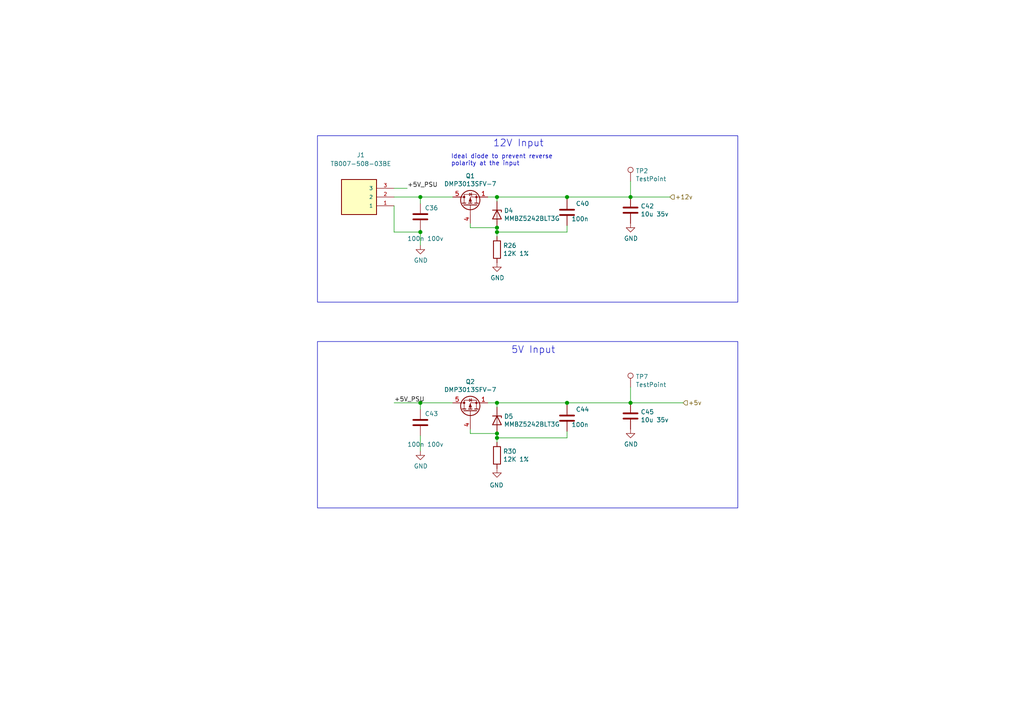
<source format=kicad_sch>
(kicad_sch (version 20250114) (generator "eeschema") (generator_version "9.0")
  (paper "A4")
  (title_block (title "Compute Module 4 - PSUs") (company "Team Fire 180DA/DW"))
  (lib_symbols
    (symbol "Connector:TestPoint" (pin_numbers (hide yes)) (pin_names (offset 0.762) (hide yes))
      (property "Reference" "TP" (at 0 6.858 0))
      (property "Value" "TestPoint" (at 0 5.08 0))
      (symbol "TestPoint_0_1"
        (circle (center 0 3.302) (radius 0.762))
      )
      (symbol "TestPoint_1_1"
        (pin passive line (at 0 0 90) (length 2.54) (name "1") (number "1"))
      )
    )
    (symbol "Device:C" (pin_numbers (hide yes)) (pin_names (offset 0.254))
      (property "Reference" "C" (at 0.635 2.54 0))
      (property "Value" "C" (at 0.635 -2.54 0))
      (symbol "C_0_1"
        (polyline (pts (xy -2.032 0.762) (xy 2.032 0.762)) (stroke (width 0.508)))
        (polyline (pts (xy -2.032 -0.762) (xy 2.032 -0.762)) (stroke (width 0.508)))
      )
      (symbol "C_1_1"
        (pin passive line (at 0 3.81 270) (length 2.794) (name "~") (number "1"))
        (pin passive line (at 0 -3.81 90) (length 2.794) (name "~") (number "2"))
      )
    )
    (symbol "Device:R" (pin_numbers (hide yes)) (pin_names (offset 0))
      (property "Reference" "R" (at 2.032 0 90))
      (property "Value" "R" (at 0 0 90))
      (symbol "R_0_1"
        (rectangle (start -1.016 -2.54) (end 1.016 2.54) (stroke (width 0.254)))
      )
      (symbol "R_1_1"
        (pin passive line (at 0 3.81 270) (length 1.27) (name "~") (number "1"))
        (pin passive line (at 0 -3.81 90) (length 1.27) (name "~") (number "2"))
      )
    )
    (symbol "Diode:BZX84Cxx" (pin_numbers (hide yes)) (pin_names (hide yes))
      (property "Reference" "D" (at 0 2.54 0))
      (property "Value" "BZX84Cxx" (at 0 -2.54 0))
      (symbol "BZX84Cxx_0_1"
        (polyline (pts (xy -1.27 -1.27) (xy -1.27 1.27) (xy -0.762 1.27)) (stroke (width 0.254)))
        (polyline (pts (xy 1.27 0) (xy -1.27 0)))
        (polyline (pts (xy 1.27 -1.27) (xy 1.27 1.27) (xy -1.27 0) (xy 1.27 -1.27)) (stroke (width 0.254)))
      )
      (symbol "BZX84Cxx_1_1"
        (pin passive line (at -3.81 0 0) (length 2.54) (name "K") (number "1"))
        (pin passive line (at 3.81 0 180) (length 2.54) (name "A") (number "2"))
      )
    )
    (symbol "TB007-508-03BE:TB007-508-03BE" (pin_names (offset 1.016))
      (property "Reference" "J" (at -5.58 5.08 0))
      (property "Value" "TB007-508-03BE" (at -5.08 -7.62 0))
      (symbol "TB007-508-03BE_0_0"
        (rectangle (start -5.08 -5.08) (end 5.08 5.08) (stroke (width 0.254)) (fill (type background)))
        (pin passive line (at -10.16 2.54 0) (length 5.08) (name "1") (number "1"))
        (pin passive line (at -10.16 0 0) (length 5.08) (name "2") (number "2"))
        (pin passive line (at -10.16 -2.54 0) (length 5.08) (name "3") (number "3"))
      )
    )
    (symbol "Transistor_FET:DMP3013SFV" (pin_names (hide yes))
      (property "Reference" "Q" (at 5.08 1.905 0))
      (property "Value" "DMP3013SFV" (at 5.08 0 0))
      (symbol "DMP3013SFV_0_1"
        (polyline (pts (xy 0.254 1.905) (xy 0.254 -1.905)) (stroke (width 0.254)))
        (polyline (pts (xy 0.254 0) (xy -2.54 0)))
        (polyline (pts (xy 0.762 2.286) (xy 0.762 1.27)) (stroke (width 0.254)))
        (polyline (pts (xy 0.762 1.778) (xy 3.302 1.778) (xy 3.302 -1.778) (xy 0.762 -1.778)))
        (polyline (pts (xy 0.762 0.508) (xy 0.762 -0.508)) (stroke (width 0.254)))
        (polyline (pts (xy 0.762 -1.27) (xy 0.762 -2.286)) (stroke (width 0.254)))
        (circle (center 1.651 0) (radius 2.794) (stroke (width 0.254)))
        (polyline (pts (xy 2.286 0) (xy 1.27 0.381) (xy 1.27 -0.381) (xy 2.286 0)) (fill (type outline)))
        (polyline (pts (xy 2.54 2.54) (xy 2.54 1.778)))
        (circle (center 2.54 1.778) (radius 0.254) (fill (type outline)))
        (circle (center 2.54 -1.778) (radius 0.254) (fill (type outline)))
        (polyline (pts (xy 2.54 -2.54) (xy 2.54 0) (xy 0.762 0)))
        (polyline (pts (xy 2.794 -0.508) (xy 2.921 -0.381) (xy 3.683 -0.381) (xy 3.81 -0.254)))
        (polyline (pts (xy 3.302 -0.381) (xy 2.921 0.254) (xy 3.683 0.254) (xy 3.302 -0.381)))
      )
      (symbol "DMP3013SFV_1_1"
        (pin passive line (at -5.08 0 0) (length 2.54) (name "G") (number "4"))
        (pin passive line (at 2.54 5.08 270) (length 2.54) (name "D") (number "5"))
        (pin passive line (at 2.54 -5.08 90) (length 2.54) (name "S") (number "1"))
        (pin passive line (at 2.54 -5.08 90) (length 2.54) (hide yes) (name "S") (number "2"))
        (pin passive line (at 2.54 -5.08 90) (length 2.54) (hide yes) (name "S") (number "3"))
      )
    )
    (symbol "power:GND" (power) (pin_names (offset 0))
      (property "Value" "GND" (at 0 -3.81 0))
      (symbol "GND_0_1"
        (polyline (pts (xy 0 0) (xy 0 -1.27) (xy 1.27 -1.27) (xy 0 -2.54) (xy -1.27 -1.27) (xy 0 -1.27)))
      )
      (symbol "GND_1_1"
        (pin power_in line (at 0 0 270) (length 0) (hide yes) (name "GND") (number "1"))
      )
    )
  )
  (rectangle (start 92.075 99.06) (end 213.995 147.32))
  (rectangle (start 92.075 39.37) (end 213.995 87.63))
  (text "12V Input" (at 150.368 41.656 0) (effects (font (size 2 2))))
  (text "5V Input" (at 154.686 101.6 0) (effects (font (size 2 2))))
  (text "Ideal diode to prevent reverse\npolarity at the input" (at 130.81 48.26 0) (effects (font (size 1.27 1.27)) (justify left bottom)))
  (junction (at 164.465 57.15) (diameter 1.016))
  (junction (at 144.145 127) (diameter 1.016))
  (junction (at 144.145 66.04) (diameter 1.016))
  (junction (at 182.88 57.15) (diameter 1.016))
  (junction (at 121.92 116.84) (diameter 1.016))
  (junction (at 144.145 57.15) (diameter 1.016))
  (junction (at 144.145 116.84) (diameter 1.016))
  (junction (at 164.465 116.84) (diameter 1.016))
  (junction (at 121.92 57.15) (diameter 1.016))
  (junction (at 144.145 125.73) (diameter 1.016))
  (junction (at 144.145 67.31) (diameter 1.016))
  (junction (at 182.88 116.84) (diameter 1.016))
  (junction (at 121.92 67.31) (diameter 1.016))
  (wire (pts (xy 144.145 57.15) (xy 164.465 57.15)))
  (wire (pts (xy 144.145 116.84) (xy 164.465 116.84)))
  (wire (pts (xy 121.92 116.84) (xy 131.318 116.84)))
  (wire (pts (xy 114.3 67.31) (xy 121.92 67.31)))
  (wire (pts (xy 164.465 116.84) (xy 164.465 117.475)))
  (wire (pts (xy 164.465 116.84) (xy 182.88 116.84)))
  (wire (pts (xy 182.88 57.15) (xy 194.31 57.15)))
  (wire (pts (xy 164.465 57.15) (xy 182.88 57.15)))
  (wire (pts (xy 144.145 127) (xy 144.145 128.27)))
  (wire (pts (xy 182.88 52.578) (xy 182.88 57.15)))
  (wire (pts (xy 144.145 116.84) (xy 144.145 118.11)))
  (wire (pts (xy 144.145 67.31) (xy 164.465 67.31)))
  (wire (pts (xy 136.398 125.73) (xy 144.145 125.73)))
  (wire (pts (xy 144.145 66.04) (xy 144.145 67.31)))
  (wire (pts (xy 121.92 116.84) (xy 121.92 118.745)))
  (wire (pts (xy 136.398 64.77) (xy 136.398 66.04)))
  (wire (pts (xy 164.465 127) (xy 164.465 125.095)))
  (wire (pts (xy 121.92 57.15) (xy 131.318 57.15)))
  (wire (pts (xy 141.478 57.15) (xy 144.145 57.15)))
  (wire (pts (xy 164.465 67.31) (xy 164.465 65.405)))
  (wire (pts (xy 114.3 116.84) (xy 121.92 116.84)))
  (wire (pts (xy 114.3 59.69) (xy 114.3 67.31)))
  (wire (pts (xy 114.3 54.61) (xy 118.11 54.61)))
  (wire (pts (xy 144.145 125.73) (xy 144.145 127)))
  (wire (pts (xy 121.92 126.365) (xy 121.92 130.81)))
  (wire (pts (xy 136.398 124.46) (xy 136.398 125.73)))
  (wire (pts (xy 164.465 57.15) (xy 164.465 57.785)))
  (wire (pts (xy 121.92 67.31) (xy 121.92 71.12)))
  (wire (pts (xy 144.145 57.15) (xy 144.145 58.42)))
  (wire (pts (xy 114.3 57.15) (xy 121.92 57.15)))
  (wire (pts (xy 141.478 116.84) (xy 144.145 116.84)))
  (wire (pts (xy 182.88 112.268) (xy 182.88 116.84)))
  (wire (pts (xy 121.92 66.675) (xy 121.92 67.31)))
  (wire (pts (xy 144.145 67.31) (xy 144.145 68.58)))
  (wire (pts (xy 136.398 66.04) (xy 144.145 66.04)))
  (wire (pts (xy 121.92 57.15) (xy 121.92 59.055)))
  (wire (pts (xy 182.88 116.84) (xy 198.12 116.84)))
  (wire (pts (xy 144.145 127) (xy 164.465 127)))
  (label "+5V_PSU" (at 118.11 54.61 0))
  (label "+5V_PSU" (at 114.3 116.84 0))
  (hierarchical_label "+5v" (shape input) (at 198.12 116.84 0))
  (hierarchical_label "+12v" (shape input) (at 194.31 57.15 0))
  (symbol (lib_id "power:GND") (at 182.88 64.77 0) (unit 1)
    (property "Reference" "#PWR043" (effects (hide yes)))
    (property "Value" "GND" (at 183.007 69.1642 0))
  )
  (symbol (lib_id "power:GND") (at 121.92 71.12 0) (unit 1)
    (property "Reference" "#PWR041" (effects (hide yes)))
    (property "Value" "GND" (at 122.047 75.5142 0))
  )
  (symbol (lib_id "Device:C") (at 121.92 62.865 0) (unit 1)
    (property "Reference" "C36" (at 123.19 60.325 0) (effects (justify left)))
    (property "Value" "100n 100v" (at 118.11 69.215 0) (effects (justify left)))
    (property "Footprint" "Capacitor_SMD:C_0402_1005Metric" (effects (hide yes)))
    (property "Datasheet" "https://psearch.en.murata.com/capacitor/product/GRM155R62A104KE14%23.pdf" (effects (hide yes)))
    (property "Field4" "Farnell" (effects (hide yes)))
    (property "Field5" "2611907" (effects (hide yes)))
    (property "Field6" "GRM155R62A104KE14D" (effects (hide yes)))
    (property "Field7" "Murata" (effects (hide yes)))
    (property "Part Description" "	0.1uF 10% 100V Ceramic Capacitor X5R 0402 (1005 Metric)" (effects (hide yes)))
  )
  (symbol (lib_id "power:GND") (at 144.145 76.2 0) (unit 1)
    (property "Reference" "#PWR042" (effects (hide yes)))
    (property "Value" "GND" (at 144.272 80.5942 0))
  )
  (symbol (lib_id "Diode:BZX84Cxx") (at 144.145 62.23 270) (unit 1)
    (property "Reference" "D4" (at 146.177 61.087 90) (effects (justify left)))
    (property "Value" "MMBZ5242BLT3G" (at 146.177 63.373 90) (effects (justify left)))
    (property "Footprint" "Diode_SMD:D_0201_0603Metric" (effects (hide yes)))
    (property "Datasheet" "https://diotec.com/tl_files/diotec/files/pdf/datasheets/bzx84c2v4.pdf" (effects (hide yes)))
    (property "Field4" "Digikey" (effects (hide yes)))
    (property "Field5" "	MMBZ5242BLT3GOSCT-ND" (effects (hide yes)))
    (property "Field6" "MMBZ5242BLT3G" (effects (hide yes)))
    (property "Field7" "Onsemi" (effects (hide yes)))
    (property "Part Description" "	Zener Diode 12V 225mW 5% Surface Mount SOT-23-3 (TO-236)" (effects (hide yes)))
  )
  (symbol (lib_id "Device:R") (at 144.145 72.39 0) (unit 1)
    (property "Reference" "R26" (at 145.923 71.2216 0) (effects (justify left)))
    (property "Value" "12K 1%" (at 145.923 73.533 0) (effects (justify left)))
    (property "Footprint" "Resistor_SMD:R_0402_1005Metric" (effects (hide yes)))
    (property "Datasheet" "https://fscdn.rohm.com/en/products/databook/datasheet/passive/resistor/chip_resistor/mcr-e.pdf" (effects (hide yes)))
    (property "Field4" "Farnell" (effects (hide yes)))
    (property "Field5" "9239367" (effects (hide yes)))
    (property "Field7" "Rohm" (effects (hide yes)))
    (property "Field6" "MCR01MZPF1202" (effects (hide yes)))
    (property "Part Description" "Resistor 12K M1005 1% 63mW" (effects (hide yes)))
  )
  (symbol (lib_id "Device:C") (at 164.465 61.595 0) (unit 1)
    (property "Reference" "C40" (at 167.005 59.055 0) (effects (justify left)))
    (property "Value" "100n" (at 165.735 63.5 0) (effects (justify left)))
    (property "Footprint" "Capacitor_SMD:C_0402_1005Metric" (effects (hide yes)))
    (property "Datasheet" "https://search.murata.co.jp/Ceramy/image/img/A01X/G101/ENG/GRM155R71C104KA88-01.pdf" (effects (hide yes)))
    (property "Field4" "Farnell" (effects (hide yes)))
    (property "Field5" "2611911" (effects (hide yes)))
    (property "Field6" "RM EMK105 B7104KV-F" (effects (hide yes)))
    (property "Field7" "TAIYO YUDEN EUROPE GMBH" (effects (hide yes)))
    (property "Part Description" "	0.1uF 10% 16V Ceramic Capacitor X7R 0402 (1005 Metric)" (effects (hide yes)))
    (property "Field8" "110091611" (effects (hide yes)))
  )
  (symbol (lib_id "Connector:TestPoint") (at 182.88 52.578 0) (unit 1)
    (property "Reference" "TP2" (at 184.3532 49.5808 0) (effects (justify left)))
    (property "Value" "TestPoint" (at 184.3532 51.8922 0) (effects (justify left)))
    (property "Footprint" "TestPoint:TestPoint_Pad_2.0x2.0mm" (effects (hide yes)))
    (property "Field4" "nf" (effects (hide yes)))
    (property "Field5" "nf" (effects (hide yes)))
    (property "Field6" "nf" (effects (hide yes)))
    (property "Field7" "nf" (effects (hide yes)))
  )
  (symbol (lib_id "Transistor_FET:DMP3013SFV") (at 136.398 59.69 90) (unit 1)
    (property "Reference" "Q1" (at 136.398 51.0286 90))
    (property "Value" "DMP3013SFV-7" (at 136.398 53.34 90))
    (property "Footprint" "Package_SON:Diodes_PowerDI3333-8" (effects (hide yes)))
    (property "Datasheet" "https://www.diodes.com/assets/Datasheets/DMP3013SFV.pdf" (effects (hide yes)))
    (property "Field4" "Farnell" (effects (hide yes)))
    (property "Field5" "3405192" (effects (hide yes)))
    (property "Field6" "DMP3013SFV-7" (effects (hide yes)))
    (property "Field7" "Diodes" (effects (hide yes)))
    (property "Part Description" "DMP3013SFV-7 -  Power MOSFET, P Channel, 30 V, 12 A, 0.008 ohm, PowerDI3333, Surface Mount" (effects (hide yes)))
  )
  (symbol (lib_id "Device:C") (at 182.88 60.96 0) (unit 1)
    (property "Reference" "C42" (at 185.801 59.7916 0) (effects (justify left)))
    (property "Value" "10u 35v" (at 185.801 62.103 0) (effects (justify left)))
    (property "Footprint" "Capacitor_SMD:C_0805_2012Metric" (effects (hide yes)))
    (property "Datasheet" "https://www.murata.com/en-global/products/productdetail.aspx?partno=GRM21BC8YA106ME11%23" (effects (hide yes)))
    (property "Field5" "490-10505-1-ND" (effects (hide yes)))
    (property "Field4" "Digikey" (effects (hide yes)))
    (property "Field6" "GRM21BC8YA106KE11L " (effects (hide yes)))
    (property "Field7" "Murata" (effects (hide yes)))
    (property "Part Description" "	10uF 10% or 20% 35V Ceramic Capacitor X6S 0805 (2012 Metric)" (effects (hide yes)))
  )
  (symbol (lib_id "Connector:TestPoint") (at 182.88 112.268 0) (unit 1)
    (property "Reference" "TP7" (at 184.3532 109.2708 0) (effects (justify left)))
    (property "Value" "TestPoint" (at 184.3532 111.5822 0) (effects (justify left)))
    (property "Footprint" "TestPoint:TestPoint_Pad_2.0x2.0mm" (effects (hide yes)))
    (property "Field4" "nf" (effects (hide yes)))
    (property "Field5" "nf" (effects (hide yes)))
    (property "Field6" "nf" (effects (hide yes)))
    (property "Field7" "nf" (effects (hide yes)))
  )
  (symbol (lib_id "Device:C") (at 164.465 121.285 0) (unit 1)
    (property "Reference" "C44" (at 167.005 118.745 0) (effects (justify left)))
    (property "Value" "100n" (at 165.735 123.19 0) (effects (justify left)))
    (property "Footprint" "Capacitor_SMD:C_0402_1005Metric" (effects (hide yes)))
    (property "Datasheet" "https://search.murata.co.jp/Ceramy/image/img/A01X/G101/ENG/GRM155R71C104KA88-01.pdf" (effects (hide yes)))
    (property "Field4" "Farnell" (effects (hide yes)))
    (property "Field5" "2611911" (effects (hide yes)))
    (property "Field6" "RM EMK105 B7104KV-F" (effects (hide yes)))
    (property "Field7" "TAIYO YUDEN EUROPE GMBH" (effects (hide yes)))
    (property "Part Description" "	0.1uF 10% 16V Ceramic Capacitor X7R 0402 (1005 Metric)" (effects (hide yes)))
    (property "Field8" "110091611" (effects (hide yes)))
  )
  (symbol (lib_id "Transistor_FET:DMP3013SFV") (at 136.398 119.38 90) (unit 1)
    (property "Reference" "Q2" (at 136.398 110.7186 90))
    (property "Value" "DMP3013SFV-7" (at 136.398 113.03 90))
    (property "Footprint" "Package_SON:Diodes_PowerDI3333-8" (effects (hide yes)))
    (property "Datasheet" "https://www.diodes.com/assets/Datasheets/DMP3013SFV.pdf" (effects (hide yes)))
    (property "Field4" "Farnell" (effects (hide yes)))
    (property "Field5" "3405192" (effects (hide yes)))
    (property "Field6" "DMP3013SFV-7" (effects (hide yes)))
    (property "Field7" "Diodes" (effects (hide yes)))
    (property "Part Description" "DMP3013SFV-7 -  Power MOSFET, P Channel, 30 V, 12 A, 0.008 ohm, PowerDI3333, Surface Mount" (effects (hide yes)))
  )
  (symbol (lib_id "Device:C") (at 121.92 122.555 0) (unit 1)
    (property "Reference" "C43" (at 123.19 120.015 0) (effects (justify left)))
    (property "Value" "100n 100v" (at 118.11 128.905 0) (effects (justify left)))
    (property "Footprint" "Capacitor_SMD:C_0402_1005Metric" (effects (hide yes)))
    (property "Datasheet" "https://psearch.en.murata.com/capacitor/product/GRM155R62A104KE14%23.pdf" (effects (hide yes)))
    (property "Field4" "Farnell" (effects (hide yes)))
    (property "Field5" "2611907" (effects (hide yes)))
    (property "Field6" "GRM155R62A104KE14D" (effects (hide yes)))
    (property "Field7" "Murata" (effects (hide yes)))
    (property "Part Description" "	0.1uF 10% 100V Ceramic Capacitor X5R 0402 (1005 Metric)" (effects (hide yes)))
  )
  (symbol (lib_id "power:GND") (at 144.145 135.89 0) (unit 1)
    (property "Reference" "#PWR046" (effects (hide yes)))
    (property "Value" "GND" (at 144.018 140.716 0))
  )
  (symbol (lib_id "power:GND") (at 121.92 130.81 0) (unit 1)
    (property "Reference" "#PWR044" (effects (hide yes)))
    (property "Value" "GND" (at 122.047 135.2042 0))
  )
  (symbol (lib_id "Device:R") (at 144.145 132.08 0) (unit 1)
    (property "Reference" "R30" (at 145.923 130.9116 0) (effects (justify left)))
    (property "Value" "12K 1%" (at 145.923 133.223 0) (effects (justify left)))
    (property "Footprint" "Resistor_SMD:R_0402_1005Metric" (effects (hide yes)))
    (property "Datasheet" "https://fscdn.rohm.com/en/products/databook/datasheet/passive/resistor/chip_resistor/mcr-e.pdf" (effects (hide yes)))
    (property "Field4" "Farnell" (effects (hide yes)))
    (property "Field5" "9239367" (effects (hide yes)))
    (property "Field7" "Rohm" (effects (hide yes)))
    (property "Field6" "MCR01MZPF1202" (effects (hide yes)))
    (property "Part Description" "Resistor 12K M1005 1% 63mW" (effects (hide yes)))
  )
  (symbol (lib_id "Device:C") (at 182.88 120.65 0) (unit 1)
    (property "Reference" "C45" (at 185.801 119.4816 0) (effects (justify left)))
    (property "Value" "10u 35v" (at 185.801 121.793 0) (effects (justify left)))
    (property "Footprint" "Capacitor_SMD:C_0805_2012Metric" (effects (hide yes)))
    (property "Datasheet" "https://www.murata.com/en-global/products/productdetail.aspx?partno=GRM21BC8YA106ME11%23" (effects (hide yes)))
    (property "Field5" "490-10505-1-ND" (effects (hide yes)))
    (property "Field4" "Digikey" (effects (hide yes)))
    (property "Field6" "GRM21BC8YA106KE11L " (effects (hide yes)))
    (property "Field7" "Murata" (effects (hide yes)))
    (property "Part Description" "	10uF 10% or 20% 35V Ceramic Capacitor X6S 0805 (2012 Metric)" (effects (hide yes)))
  )
  (symbol (lib_id "TB007-508-03BE:TB007-508-03BE") (at 104.14 57.15 180) (unit 1)
    (property "Reference" "J1" (at 104.648 44.958 0))
    (property "Value" "TB007-508-03BE" (at 104.648 47.498 0))
    (property "Footprint" "TB007-508-03BE:CUI_TB007-508-03BE" (effects (hide yes)))
    (property "MF" "Same Sky" (effects (hide yes)))
    (property "Description_1" "2~24 Poles, Screw Type, Horizontal, 5.08 Pitch, 24~12 (AWG), Terminal Block Connector" (effects (hide yes)))
    (property "Package" "None" (effects (hide yes)))
    (property "Price" "None" (effects (hide yes)))
    (property "Check_prices" "https://www.snapeda.com/parts/TB007-508-03BE/Same+Sky/view-part/?ref=eda" (effects (hide yes)))
    (property "STANDARD" "Manufacturer Recommendations" (effects (hide yes)))
    (property "SnapEDA_Link" "https://www.snapeda.com/parts/TB007-508-03BE/Same+Sky/view-part/?ref=snap" (effects (hide yes)))
    (property "MP" "TB007-508-03BE" (effects (hide yes)))
    (property "Availability" "In Stock" (effects (hide yes)))
    (property "MANUFACTURER" "CUI" (effects (hide yes)))
  )
  (symbol (lib_id "Diode:BZX84Cxx") (at 144.145 121.92 270) (unit 1)
    (property "Reference" "D5" (at 146.177 120.777 90) (effects (justify left)))
    (property "Value" "MMBZ5242BLT3G" (at 146.177 123.063 90) (effects (justify left)))
    (property "Footprint" "Diode_SMD:D_0201_0603Metric" (effects (hide yes)))
    (property "Datasheet" "https://diotec.com/tl_files/diotec/files/pdf/datasheets/bzx84c2v4.pdf" (effects (hide yes)))
    (property "Field4" "Digikey" (effects (hide yes)))
    (property "Field5" "	MMBZ5242BLT3GOSCT-ND" (effects (hide yes)))
    (property "Field6" "MMBZ5242BLT3G" (effects (hide yes)))
    (property "Field7" "Onsemi" (effects (hide yes)))
    (property "Part Description" "	Zener Diode 12V 225mW 5% Surface Mount SOT-23-3 (TO-236)" (effects (hide yes)))
  )
  (symbol (lib_id "power:GND") (at 182.88 124.46 0) (unit 1)
    (property "Reference" "#PWR047" (effects (hide yes)))
    (property "Value" "GND" (at 183.007 128.8542 0))
  )
)
</source>
